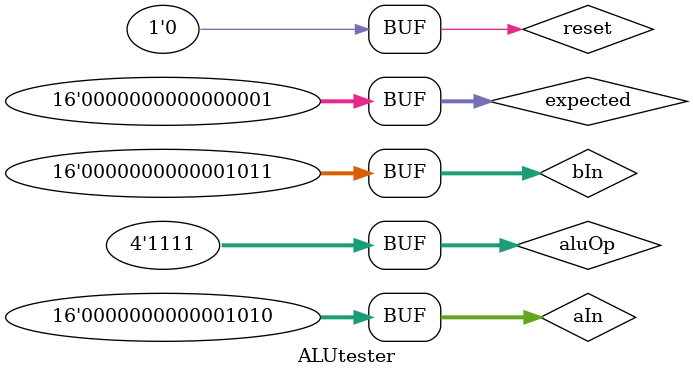
<source format=v>
`timescale 1ns / 1ps


module ALUtester;

	// Inputs
	reg [3:0] aluOp;
	reg [15:0] aIn;
	reg [15:0] bIn;
	reg reset;

	// Outputs
	wire isZero;
	wire [15:0] outPut;
	reg [15:0] expected;

	// Instantiate the Unit Under Test (UUT)
	ALU16bit uut (
		.aluOp(aluOp), 
		.aIn(aIn), 
		.bIn(bIn), 
		.reset,
		.isZero(isZero), 
		.outPut(outPut)
	);

	initial begin
		// Initialize Inputs
		aluOp = 0;
		aIn = 0;
		bIn = 0;
		reset = 0;

		// Wait 100 ns for global reset to finish
		#100;
		reset = 1; #5; reset = 0;
		
		aluOp = 'b0000; // ADD
		aIn = 0; bIn = 0; expected = 0; #15;
		aIn = 1; bIn = 1; expected = 2; #15;	  
		aIn = 10; bIn = 0; expected = 10; #15;  // = 10
		aIn = 0; bIn = 10; expected = 10; #15;  // = 10
		aIn = 10; bIn = 10; expected = 20; #15; // = 20
		aIn = 13; bIn = 24; expected = 37; #15; // = 37
		
		aluOp = 'b0001; // OR
		aIn = 0; bIn = 0; expected = 0; #15;
		aIn = 2; bIn = 0; expected = 2; #15; 
		aIn = 3; bIn = 0; expected = 3; #15; // = 3
		aIn = 4; bIn = 0; expected = 4; #15; // = 4
		aIn = 5; bIn = 0; expected = 5; #15; // = 5
		aIn = 6; bIn = 0; expected = 6; #15; // = 6
		aIn = 7; bIn = 0; expected = 7; #15; // = 7
		aIn = 8; bIn = 0; expected = 8; #15; // = 8
		aIn = 'b1101110111011101; bIn = 'b0010001000100010; expected = 'b1111111111111111; #15; // = 'b1111111111111111
		aIn = 'b1111111111111111; bIn = 0; expected = 'b1111111111111111; #15; // = 'b1111111111111111
		aIn = 'b1010101010101010; bIn = 'b0101010101010101; expected = 'b1111111111111111; #15; // = 'b1111111111111111
      
		aluOp = 'b0010; // XOR
		aIn = 0; bIn = 0; expected = 0; #15;
		aIn = 2; bIn = 0; expected = 2; #15;
		aIn = 5; bIn = 0; expected = 5; #15;
		aIn = 0; bIn = 109; expected = 109; #15;
		aIn = 109; bIn = 109; expected = 'b0; #15;
		aIn = 'b0000011111100000; bIn = 'b1111000000001111; expected = 'b1111011111101111; #15;
		aIn = 'b1010101010101010; bIn = 'b0101010101010101; expected = 'b1111111111111111; #15;
		aIn = 'b1100110011001100; bIn = 'b0101010101010101; expected = 'b1001100110011001; #15;
		
		aluOp = 'b0011; // AND
		aIn = 0; bIn = 0; expected = 0; #15;
		aIn = 'b0000000000000000; bIn = 'b1111111111111111; expected = 0; #15;
		aIn = 'b1111111111111111; bIn = 'b0000000000000000; expected = 0; #15;
		aIn = 'b1111111100000000; bIn = 'b0000000011111111; expected = 0; #15;
		aIn = 'b1111111111111111; bIn = 'b0000000011111111; expected = 'b0000000011111111; #15;
		aIn = 'b1111111111111111; bIn = 'b1111111111111111; expected = 'b1111111111111111; #15;
		aIn = 'b1010101010101010; bIn = 'b1100110011001100; expected = 'b1000100010001000; #15;
		aIn = 'b1110001110001110; bIn = 'b1100110011001100; expected = 'b1100000010001100; #15;
		
		aluOp = 'b0100; //NOR
		aIn = 0; bIn = 0; expected = 'b1111111111111111; #15;
		aIn = 'b0000000000000000; bIn = 'b1111111111111111; expected = 0; #15;
		aIn = 'b1111111111111111; bIn = 'b0000000000000000; expected = 0; #15;
		aIn = 'b1100110011001100; bIn = 'b0000000000000000; expected = 'b0011001100110011; #15;
		aIn = 'b1100110011001100; bIn = 'b0011001100110011; expected = 'b0000000000000000; #15;
		aIn = 'b1110001110001110; bIn = 'b0011001100110011; expected = 'b0000110001000000; #15;
		aIn = 'b1110001110001110; bIn = 'b0011001100110011; expected = 'b0000110001000000; #15;
		
		aluOp = 'b0101; // SLL 
		aIn = 'b0000000000000000; bIn = 0; expected = 'b0000000000000000; #15;
		aIn = 'b0000000000000000; bIn = 1; expected = 'b0000000000000000; #15;
		aIn = 'b0000000000000000; bIn = 2; expected = 'b0000000000000000; #15;
		aIn = 'b0000000000000000; bIn = 3; expected = 'b0000000000000000; #15;
		aIn = 'b0000000000000001; bIn = 0; expected = 'b0000000000000001; #15;
		aIn = 'b0000000000000001; bIn = 1; expected = 'b0000000000000010; #15;
		aIn = 'b0000000000000001; bIn = 2; expected = 'b0000000000000100; #15;
		aIn = 'b0000000000000001; bIn = 3; expected = 'b0000000000001000; #15;
		aIn = 'b0000000000000001; bIn = 4; expected = 'b0000000000010000; #15;
		aIn = 'b0000000000000001; bIn = 5; expected = 'b0000000000100000; #15;
		aIn = 'b0000000000000001; bIn = 6; expected = 'b0000000001000000; #15;
		aIn = 'b0000000000000001; bIn = 7; expected = 'b0000000010000000; #15;
		aIn = 'b0000000000000001; bIn = 8; expected = 'b0000000100000000; #15;
		aIn = 'b0000000000000001; bIn = 9; expected = 'b0000001000000000; #15;
		aIn = 'b0000000000000001; bIn = 'ha; expected = 'b0000010000000000; #15;
		aIn = 'b0000000000000001; bIn = 'hb; expected = 'b0000100000000000; #15;
		aIn = 'b0000000000000001; bIn = 'hc; expected = 'b0001000000000000; #15;
		aIn = 'b0000000000000001; bIn = 'hd; expected = 'b0010000000000000; #15;
		aIn = 'b0000000000000001; bIn = 'he; expected = 'b0100000000000000; #15;
		aIn = 'b0000000000000001; bIn = 'hf; expected = 'b1000000000000000; #15;
		aIn = 'b0000000000000001; bIn = 'h10; expected = 'b0000000000000000; #15;
		aIn = 'b1111111111111111; bIn = 0; expected = 'b1111111111111111; #15;
		aIn = 'b1111111111111111; bIn = 1; expected = 'b1111111111111110; #15;
		aIn = 'b1111111111111111; bIn = 2; expected = 'b1111111111111100; #15;
		aIn = 'b1111111111111111; bIn = 3; expected = 'b1111111111111000; #15;
		aIn = 'b1111111111111111; bIn = 4; expected = 'b1111111111110000; #15;
		aIn = 'b1111111111111111; bIn = 5; expected = 'b1111111111100000; #15;
		aIn = 'b1111111111111111; bIn = 6; expected = 'b1111111111000000; #15;
		aIn = 'b1111111111111111; bIn = 7; expected = 'b1111111110000000; #15;
		aIn = 'b1100110011001100; bIn = 7; expected = 'b0110011000000000; #15;
		
		aluOp = 'b0110; // SRL
		aIn = 'b0000000000000000; bIn = 0; expected = 'b0000000000000000; #15;
		aIn = 'b0000000000000000; bIn = 1; expected = 'b0000000000000000; #15;
		aIn = 'b0000000000000000; bIn = 2; expected = 'b0000000000000000; #15;
		aIn = 'b1111111111111111; bIn = 0; expected = 'b1111111111111111; #15;
		aIn = 'b1111111111111111; bIn = 1; expected = 'b0111111111111111; #15;
		aIn = 'b1111111111111111; bIn = 2; expected = 'b0011111111111111; #15;
		aIn = 'b1111111111111111; bIn = 3; expected = 'b0001111111111111; #15;
		aIn = 'b1111111111111111; bIn = 4; expected = 'b0000111111111111; #15;
		aIn = 'b1111111111111111; bIn = 5; expected = 'b0000011111111111; #15;
		aIn = 'b1111111111111111; bIn = 6; expected = 'b0000001111111111; #15;
		aIn = 'b1111111111111111; bIn = 7; expected = 'b0000000111111111; #15;
		aIn = 'b1000000000000000; bIn = 0; expected = 'b1000000000000000; #15;
		aIn = 'b1000000000000000; bIn = 1; expected = 'b0100000000000000; #15;
		aIn = 'b1000000000000000; bIn = 2; expected = 'b0010000000000000; #15;
		aIn = 'b1000000000000000; bIn = 3; expected = 'b0001000000000000; #15;
		aIn = 'b1000000000000000; bIn = 4; expected = 'b0000100000000000; #15;
		aIn = 'b1000000000000000; bIn = 5; expected = 'b0000010000000000; #15;
		aIn = 'b1000000000000000; bIn = 6; expected = 'b0000001000000000; #15;
		aIn = 'b1000000000000000; bIn = 7; expected = 'b0000000100000000; #15;
		aIn = 'b1000000000000000; bIn = 8; expected = 'b0000000010000000; #15;
		aIn = 'b1000000000000000; bIn = 9; expected = 'b0000000001000000; #15;
		aIn = 'b1000000000000000; bIn = 'ha; expected = 'b0000000000100000; #15;
		aIn = 'b1000000000000000; bIn = 'hb; expected = 'b0000000000010000; #15;
		aIn = 'b1000000000000000; bIn = 'hc; expected = 'b0000000000001000; #15;
		aIn = 'b1000000000000000; bIn = 'hd; expected = 'b0000000000000100; #15;
		aIn = 'b1000000000000000; bIn = 'he; expected = 'b0000000000000010; #15;
		aIn = 'b1000000000000000; bIn = 'hf; expected = 'b0000000000000001; #15;
		aIn = 'b1000000000000000; bIn = 'h10; expected = 'b0000000000000000; #15;
		
		aluOp = 'b0111; // SUB
		aIn = 'b0000000000000000; bIn = 'b0000000000000000; expected = 'b0000000000000000; #15;
		aIn = 'b0000000000000000; bIn = 'b0000000000000000; expected = 'b0000000000000000; #15;
		aIn = 'b0111111111111111; bIn = 'b0111111111111111; expected = 'b0000000000000000; #15;
		aIn = 'b0111111111111111; bIn = 'b0000000000000000; expected = 'b0111111111111111; #15;
		aIn = 'b0100000000000000; bIn = 'b0011111111111111; expected = 'b0000000000000001; #15;
		aIn = 'b0000000000000000; bIn = 'b0000000000001111; expected = 'b1111111111110001; #15;
		
		aluOp = 'b1000; //NAND
		aIn = 'b0000000000000000; bIn = 'b0000000000000000; expected = 'b1111111111111111; #15;
		aIn = 'b1111111111111111; bIn = 'b0000000000000000; expected = 'b1111111111111111; #15;
		aIn = 'b1010101010101010; bIn = 'b0101010101010101; expected = 'b1111111111111111; #15;
		aIn = 'b1010101010101010; bIn = 'b1010101010101010; expected = 'b0101010101010101; #15;
		aIn = 'b1111111111111111; bIn = 'b1010101010101010; expected = 'b0101010101010101; #15;
		aIn = 'b1111111111111111; bIn = 'b1111111111111111; expected = 'b0000000000000000; #15;
		aIn = 'b1101001101001101; bIn = 'b1110100010111010; expected = 'b0011111111110111; #15;
		
		aluOp = 'b1001; //  MULT
		aIn = 'b0000000000000000; bIn = 'b0000000000000000; expected = 'b0000000000000000; #15;
		aIn = 'b0101010101010101; bIn = 'b0000000000000000; expected = 'b0000000000000000; #15;
		aIn = 'b0000000000000000; bIn = 'b1010101010101010; expected = 'b0000000000000000; #15;
		aIn = 'b0000000000000001; bIn = 'b1010101010101010; expected = 'b1010101010101010; #15;
		aIn = 2; bIn = 'b0101010101010101; expected = 'b1010101010101010; #15;
		aIn = 3; bIn = 'b0000000000010001; expected = 'b0000000000110011; #15;
		
		aluOp = 'b1110; // EQ0
		aIn = 0; bIn = 'b0000000000000000; expected = 1; #15;
		aIn = 1; expected = 0; #15;
		aIn = 2; expected = 0; #15;
		aIn = 3; expected = 0; #15;
		aIn = 4; expected = 0; #15;
		aIn = 5; expected = 0; #15;
		aIn = 6; expected = 0; #15;
		aIn = 7; expected = 0; #15;
		aIn = 8; expected = 0; #15;
		aIn = 9; expected = 0; #15;
		aIn = 10; expected = 0; #15;
		aIn = 0; expected = 1; #15;
		
		aluOp = 'b1111; // SLT
		aIn = 0; bIn = 0; expected = 0; #15;
		aIn = 1; bIn = 0; expected = 0; #15;
		aIn = 1; bIn = 1; expected = 0; #15;
		aIn = 0; bIn = 1; expected = 1; #15;
		aIn = 10; bIn = 1; expected = 0; #15;
		aIn = 10; bIn = 11; expected = 1; #15;
		aIn = 10; bIn = 11; expected = 1; #15;

		
																							  
																							  
																							  
	end
      
endmodule


</source>
